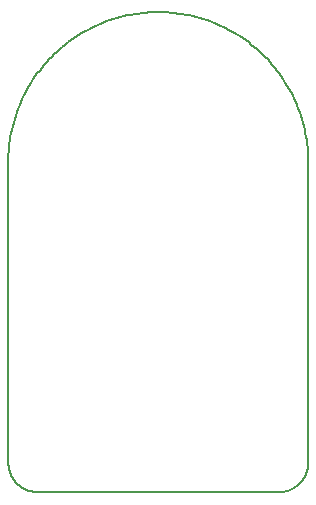
<source format=gbp>
G75*
%MOIN*%
%OFA0B0*%
%FSLAX25Y25*%
%IPPOS*%
%LPD*%
%AMOC8*
5,1,8,0,0,1.08239X$1,22.5*
%
%ADD10C,0.00500*%
D10*
X0001800Y0011800D02*
X0001800Y0111800D01*
X0001815Y0113018D01*
X0001859Y0114234D01*
X0001933Y0115450D01*
X0002037Y0116663D01*
X0002170Y0117873D01*
X0002333Y0119080D01*
X0002525Y0120282D01*
X0002746Y0121480D01*
X0002996Y0122672D01*
X0003275Y0123857D01*
X0003583Y0125035D01*
X0003920Y0126205D01*
X0004285Y0127367D01*
X0004678Y0128519D01*
X0005099Y0129662D01*
X0005548Y0130793D01*
X0006024Y0131914D01*
X0006528Y0133023D01*
X0007058Y0134119D01*
X0007615Y0135202D01*
X0008198Y0136271D01*
X0008806Y0137325D01*
X0009441Y0138365D01*
X0010100Y0139388D01*
X0010784Y0140396D01*
X0011493Y0141386D01*
X0012225Y0142359D01*
X0012981Y0143313D01*
X0013760Y0144249D01*
X0014561Y0145166D01*
X0015385Y0146063D01*
X0016230Y0146939D01*
X0017096Y0147795D01*
X0017983Y0148630D01*
X0018890Y0149442D01*
X0019816Y0150232D01*
X0020762Y0151000D01*
X0021725Y0151744D01*
X0022707Y0152464D01*
X0023706Y0153161D01*
X0024721Y0153833D01*
X0025753Y0154480D01*
X0026800Y0155101D01*
X0027862Y0155697D01*
X0028938Y0156267D01*
X0030027Y0156811D01*
X0031130Y0157327D01*
X0032245Y0157817D01*
X0033371Y0158280D01*
X0034508Y0158715D01*
X0035656Y0159122D01*
X0036813Y0159501D01*
X0037979Y0159852D01*
X0039153Y0160174D01*
X0040335Y0160468D01*
X0041524Y0160733D01*
X0042718Y0160968D01*
X0043918Y0161175D01*
X0045123Y0161352D01*
X0046331Y0161500D01*
X0047543Y0161618D01*
X0048758Y0161707D01*
X0049974Y0161767D01*
X0051191Y0161796D01*
X0052409Y0161796D01*
X0053626Y0161767D01*
X0054842Y0161707D01*
X0056057Y0161618D01*
X0057269Y0161500D01*
X0058477Y0161352D01*
X0059682Y0161175D01*
X0060882Y0160968D01*
X0062076Y0160733D01*
X0063265Y0160468D01*
X0064447Y0160174D01*
X0065621Y0159852D01*
X0066787Y0159501D01*
X0067944Y0159122D01*
X0069092Y0158715D01*
X0070229Y0158280D01*
X0071355Y0157817D01*
X0072470Y0157327D01*
X0073573Y0156811D01*
X0074662Y0156267D01*
X0075738Y0155697D01*
X0076800Y0155101D01*
X0077847Y0154480D01*
X0078879Y0153833D01*
X0079894Y0153161D01*
X0080893Y0152464D01*
X0081875Y0151744D01*
X0082838Y0151000D01*
X0083784Y0150232D01*
X0084710Y0149442D01*
X0085617Y0148630D01*
X0086504Y0147795D01*
X0087370Y0146939D01*
X0088215Y0146063D01*
X0089039Y0145166D01*
X0089840Y0144249D01*
X0090619Y0143313D01*
X0091375Y0142359D01*
X0092107Y0141386D01*
X0092816Y0140396D01*
X0093500Y0139388D01*
X0094159Y0138365D01*
X0094794Y0137325D01*
X0095402Y0136271D01*
X0095985Y0135202D01*
X0096542Y0134119D01*
X0097072Y0133023D01*
X0097576Y0131914D01*
X0098052Y0130793D01*
X0098501Y0129662D01*
X0098922Y0128519D01*
X0099315Y0127367D01*
X0099680Y0126205D01*
X0100017Y0125035D01*
X0100325Y0123857D01*
X0100604Y0122672D01*
X0100854Y0121480D01*
X0101075Y0120282D01*
X0101267Y0119080D01*
X0101430Y0117873D01*
X0101563Y0116663D01*
X0101667Y0115450D01*
X0101741Y0114234D01*
X0101785Y0113018D01*
X0101800Y0111800D01*
X0101800Y0011800D01*
X0101797Y0011558D01*
X0101788Y0011317D01*
X0101774Y0011076D01*
X0101753Y0010835D01*
X0101727Y0010595D01*
X0101695Y0010355D01*
X0101657Y0010116D01*
X0101614Y0009879D01*
X0101564Y0009642D01*
X0101509Y0009407D01*
X0101449Y0009173D01*
X0101382Y0008941D01*
X0101311Y0008710D01*
X0101233Y0008481D01*
X0101150Y0008254D01*
X0101062Y0008029D01*
X0100968Y0007806D01*
X0100869Y0007586D01*
X0100764Y0007368D01*
X0100655Y0007153D01*
X0100540Y0006940D01*
X0100420Y0006730D01*
X0100295Y0006524D01*
X0100165Y0006320D01*
X0100030Y0006119D01*
X0099890Y0005922D01*
X0099746Y0005728D01*
X0099597Y0005538D01*
X0099443Y0005352D01*
X0099285Y0005169D01*
X0099123Y0004990D01*
X0098956Y0004815D01*
X0098785Y0004644D01*
X0098610Y0004477D01*
X0098431Y0004315D01*
X0098248Y0004157D01*
X0098062Y0004003D01*
X0097872Y0003854D01*
X0097678Y0003710D01*
X0097481Y0003570D01*
X0097280Y0003435D01*
X0097076Y0003305D01*
X0096870Y0003180D01*
X0096660Y0003060D01*
X0096447Y0002945D01*
X0096232Y0002836D01*
X0096014Y0002731D01*
X0095794Y0002632D01*
X0095571Y0002538D01*
X0095346Y0002450D01*
X0095119Y0002367D01*
X0094890Y0002289D01*
X0094659Y0002218D01*
X0094427Y0002151D01*
X0094193Y0002091D01*
X0093958Y0002036D01*
X0093721Y0001986D01*
X0093484Y0001943D01*
X0093245Y0001905D01*
X0093005Y0001873D01*
X0092765Y0001847D01*
X0092524Y0001826D01*
X0092283Y0001812D01*
X0092042Y0001803D01*
X0091800Y0001800D01*
X0011800Y0001800D01*
X0011558Y0001803D01*
X0011317Y0001812D01*
X0011076Y0001826D01*
X0010835Y0001847D01*
X0010595Y0001873D01*
X0010355Y0001905D01*
X0010116Y0001943D01*
X0009879Y0001986D01*
X0009642Y0002036D01*
X0009407Y0002091D01*
X0009173Y0002151D01*
X0008941Y0002218D01*
X0008710Y0002289D01*
X0008481Y0002367D01*
X0008254Y0002450D01*
X0008029Y0002538D01*
X0007806Y0002632D01*
X0007586Y0002731D01*
X0007368Y0002836D01*
X0007153Y0002945D01*
X0006940Y0003060D01*
X0006730Y0003180D01*
X0006524Y0003305D01*
X0006320Y0003435D01*
X0006119Y0003570D01*
X0005922Y0003710D01*
X0005728Y0003854D01*
X0005538Y0004003D01*
X0005352Y0004157D01*
X0005169Y0004315D01*
X0004990Y0004477D01*
X0004815Y0004644D01*
X0004644Y0004815D01*
X0004477Y0004990D01*
X0004315Y0005169D01*
X0004157Y0005352D01*
X0004003Y0005538D01*
X0003854Y0005728D01*
X0003710Y0005922D01*
X0003570Y0006119D01*
X0003435Y0006320D01*
X0003305Y0006524D01*
X0003180Y0006730D01*
X0003060Y0006940D01*
X0002945Y0007153D01*
X0002836Y0007368D01*
X0002731Y0007586D01*
X0002632Y0007806D01*
X0002538Y0008029D01*
X0002450Y0008254D01*
X0002367Y0008481D01*
X0002289Y0008710D01*
X0002218Y0008941D01*
X0002151Y0009173D01*
X0002091Y0009407D01*
X0002036Y0009642D01*
X0001986Y0009879D01*
X0001943Y0010116D01*
X0001905Y0010355D01*
X0001873Y0010595D01*
X0001847Y0010835D01*
X0001826Y0011076D01*
X0001812Y0011317D01*
X0001803Y0011558D01*
X0001800Y0011800D01*
M02*

</source>
